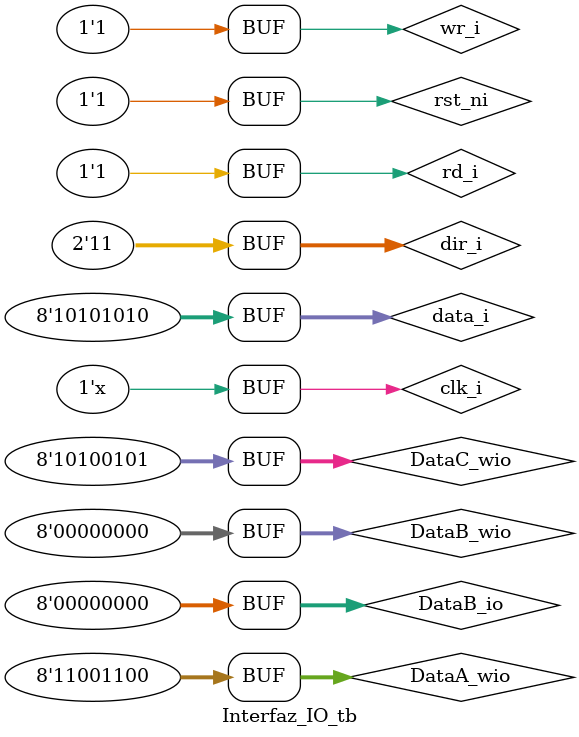
<source format=v>
module InterfazIO(
	input						clk_i,
	input						rst_ni,
	inout			[7:0]		DataA_io,
	inout			[7:0]		DataB_io,
	inout			[7:0]		DataC_io,
	input			[7:0]		data_i,
	input			[1:0]		dir_i,
	input						wr_i,
	input						rd_i,
	output reg	[7:0]		data_o
);
	
	wire	[1:0] ctl_data_o;
	wire	[7:0]	dataA_iw;
	wire	[7:0]	dataB_iw;
	wire	[7:0]	dataC_iw;
	wire			sel_w;
	reg	[3:0]	wrsel_w;
	
	assign sel_w = 1'b1;
	
	always @(*)
	begin
		case (dir_i)
			2'b00:
				begin
					wrsel_w[0] <= sel_w;
					wrsel_w[1] <= 1'b0;
					wrsel_w[2] <= 1'b0;
					wrsel_w[3] <= 1'b0;
				end
			2'b01:
				begin
					wrsel_w[0] <= 1'b0;
					wrsel_w[1] <= sel_w;
					wrsel_w[2] <= 1'b0;
					wrsel_w[3] <= 1'b0;
				end
			2'b10:
				begin
					wrsel_w[0] <= 1'b0;
					wrsel_w[1] <= 1'b0;
					wrsel_w[2] <= sel_w;
					wrsel_w[3] <= 1'b0;
				end
			2'b11:
				begin
					wrsel_w[0] <= 1'b0;
					wrsel_w[1] <= 1'b0;
					wrsel_w[2] <= 1'b0;
					wrsel_w[3] <= sel_w;
				end
//			default:
//				wrsel_w <= 4'b0000;
			
		endcase
	end
	
	always @(*)
	begin
		case (dir_i)
			2'b00:
				begin
					data_o <= 8'b0;
				end
			2'b01:
				begin
					data_o <= dataA_iw;
				end
			2'b10:
				begin
					data_o <= dataB_iw;
				end
			2'b11:
				begin
					data_o <= dataC_iw;
				end
			default:
				data_o <= 8'b0;
		endcase
	end
	
	TRC TRC_U0(
		.clk_i			(clk_i),
	   .rst_ni			(rst_ni),
	   .ctl_data_i		(data_i[1:0]),
	   .wr_i				(wr_i),
	   .rd_i				(rd_i),
		.sel_i			(wrsel_w[0]),
	   .ctl_data_o		(ctl_data_o)
	);
	
	RegIO RegIO_A(
		.clk_i			(clk_i),
		.int_data_i		(data_i),
		.ext_data_io	(DataA_io),
		.dir_ctl			(ctl_data_o[0]),
		.wr_i				(wr_i),
		.rd_i				(rd_i),
		.sel_i			(wrsel_w[1]),
		.int_data_o		(dataA_iw)
	);
	
	RegIO RegIO_B(
		.clk_i			(clk_i),
		.int_data_i		(data_i),
		.ext_data_io	(DataB_io),
		.dir_ctl			(!ctl_data_o[0]),
		.wr_i				(wr_i),
		.rd_i				(rd_i),
		.sel_i			(wrsel_w[2]),
		.int_data_o		(dataB_iw)
	);
	
	RegIO RegIO_C(
		.clk_i			(clk_i),
		.int_data_i		(data_i),
		.ext_data_io	(DataC_io),
		.dir_ctl			(ctl_data_o[1]),
		.wr_i				(wr_i),
		.rd_i				(rd_i),
		.sel_i			(wrsel_w[3]),
		.int_data_o		(dataC_iw)
	);
	

endmodule


module Interfaz_IO_tb();
	reg			clk_i;
	reg			rst_ni;
	wire	[7:0]	DataA_io;
	wire	[7:0]	DataB_io;
	wire	[7:0]	DataC_io;
	reg	[7:0]	DataA_wio = 8'b11001100;
	reg	[7:0]	DataB_wio = 8'b0;
	reg	[7:0]	DataC_wio = 8'b10100101;
	reg	[7:0]	data_i;
	reg	[1:0]	dir_i;
	reg			wr_i;
	reg			rd_i;
   wire	[7:0]	data_o;
	
	InterfazIO Interfaz_U0(
		.clk_i				(clk_i),
		.rst_ni				(rst_ni),
		.DataA_io			(DataA_io),
		.DataB_io			(DataB_io),
		.DataC_io			(DataC_io),
		.data_i				(data_i),
		.dir_i				(dir_i),
		.wr_i					(wr_i),
		.rd_i					(rd_i),
		.data_o				(data_o)
);
	initial
		begin
			clk_i	= 1'b1;
			rst_ni = 1'b0;
			dir_i	=	2'b00;
			//DataA_wio = 8'b11001100;
			//DataB_wio = 8'b0;
			//DataC_wio = 8'b10100101;
			//assign	DataA_wio = DataA_io;
			//assign	DataB_wio = DataB_io;
			//assign	DataC_wio = DataC_io;
			data_i = 8'b0;
			wr_i = 1'b0;
			rd_i = 1'b0;
			#100
			dir_i	=	2'b00;
			data_i = 8'b00000000;
			wr_i = 1'b1;
			#100
			wr_i = 1'b0;
			dir_i	=	2'b01;
			rd_i = 1'b1;
			#100
			dir_i	=	2'b10;
			data_i = 8'b10101010;
			wr_i = 1'b1;
			#100
			dir_i	=	2'b11;
			wr_i = 1'b1;
			
		end
	
		assign DataB_io = DataB_wio;
	
	always
		begin
		#50
			clk_i = ~clk_i;
		end
	always
		begin
		#100
			rst_ni = 1'b1;
		end
	
	
endmodule

</source>
